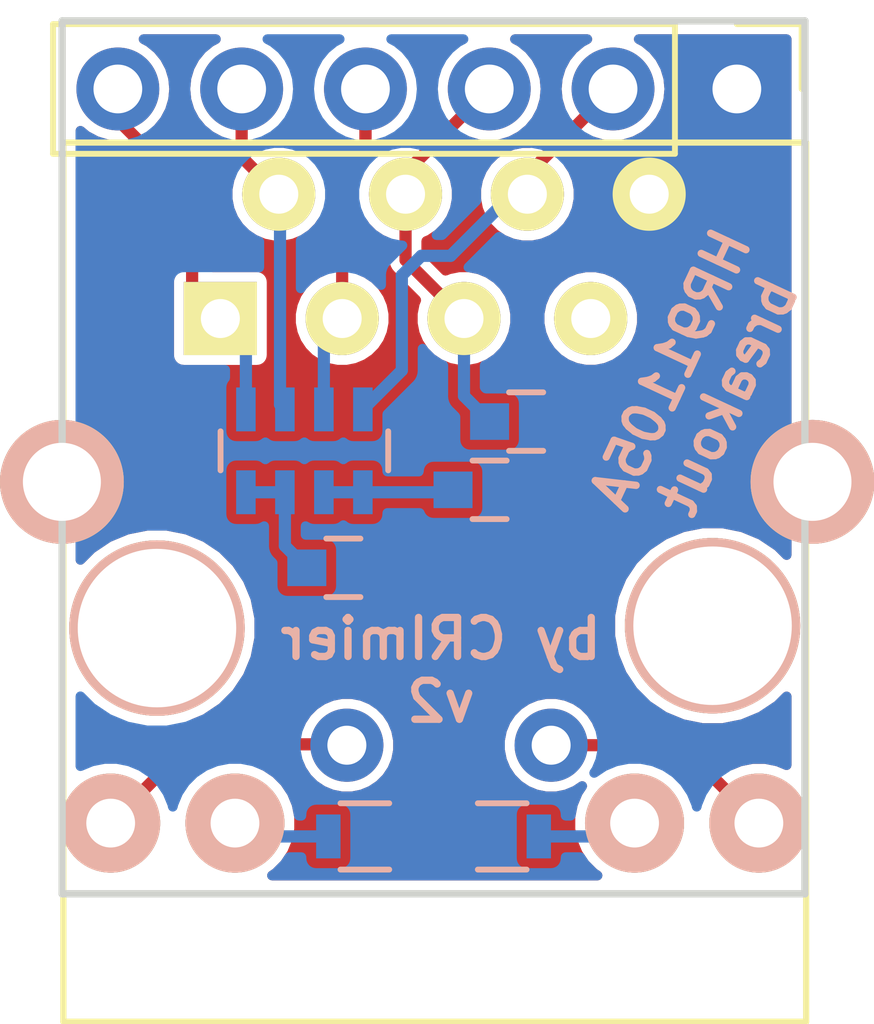
<source format=kicad_pcb>
(kicad_pcb (version 20171130) (host pcbnew "(5.1.2)-1")

  (general
    (thickness 1.6)
    (drawings 6)
    (tracks 55)
    (zones 0)
    (modules 10)
    (nets 13)
  )

  (page A4)
  (layers
    (0 F.Cu signal)
    (31 B.Cu signal)
    (32 B.Adhes user)
    (33 F.Adhes user)
    (34 B.Paste user)
    (35 F.Paste user)
    (36 B.SilkS user)
    (37 F.SilkS user)
    (38 B.Mask user)
    (39 F.Mask user)
    (40 Dwgs.User user)
    (41 Cmts.User user)
    (42 Eco1.User user)
    (43 Eco2.User user)
    (44 Edge.Cuts user)
    (45 Margin user)
    (46 B.CrtYd user)
    (47 F.CrtYd user)
    (48 B.Fab user hide)
    (49 F.Fab user hide)
  )

  (setup
    (last_trace_width 0.25)
    (trace_clearance 0.2)
    (zone_clearance 0.508)
    (zone_45_only no)
    (trace_min 0.2)
    (via_size 0.6)
    (via_drill 0.4)
    (via_min_size 0.4)
    (via_min_drill 0.3)
    (uvia_size 0.3)
    (uvia_drill 0.1)
    (uvias_allowed no)
    (uvia_min_size 0.2)
    (uvia_min_drill 0.1)
    (edge_width 0.15)
    (segment_width 0.2)
    (pcb_text_width 0.3)
    (pcb_text_size 1.5 1.5)
    (mod_edge_width 0.15)
    (mod_text_size 1 1)
    (mod_text_width 0.15)
    (pad_size 2.54 2.54)
    (pad_drill 1.6002)
    (pad_to_mask_clearance 0.2)
    (aux_axis_origin 153.67 93.98)
    (visible_elements 7FFFFFFF)
    (pcbplotparams
      (layerselection 0x010f0_ffffffff)
      (usegerberextensions true)
      (usegerberattributes true)
      (usegerberadvancedattributes false)
      (creategerberjobfile false)
      (excludeedgelayer true)
      (linewidth 0.100000)
      (plotframeref false)
      (viasonmask false)
      (mode 1)
      (useauxorigin true)
      (hpglpennumber 1)
      (hpglpenspeed 20)
      (hpglpendiameter 15.000000)
      (psnegative false)
      (psa4output false)
      (plotreference true)
      (plotvalue true)
      (plotinvisibletext false)
      (padsonsilk false)
      (subtractmaskfromsilk false)
      (outputformat 1)
      (mirror false)
      (drillshape 0)
      (scaleselection 1)
      (outputdirectory "gerbers/"))
  )

  (net 0 "")
  (net 1 "Net-(C1-Pad2)")
  (net 2 GND)
  (net 3 VCC)
  (net 4 "Net-(C3-Pad2)")
  (net 5 RD+)
  (net 6 RD-)
  (net 7 TD+)
  (net 8 TD-)
  (net 9 YL)
  (net 10 "Net-(R5-Pad2)")
  (net 11 GL)
  (net 12 "Net-(R6-Pad2)")

  (net_class Default "This is the default net class."
    (clearance 0.2)
    (trace_width 0.25)
    (via_dia 0.6)
    (via_drill 0.4)
    (uvia_dia 0.3)
    (uvia_drill 0.1)
    (add_net GL)
    (add_net GND)
    (add_net "Net-(C1-Pad2)")
    (add_net "Net-(C3-Pad2)")
    (add_net "Net-(R5-Pad2)")
    (add_net "Net-(R6-Pad2)")
    (add_net RD+)
    (add_net RD-)
    (add_net TD+)
    (add_net TD-)
    (add_net VCC)
    (add_net YL)
  )

  (module Capacitors_SMD:C_0603 (layer B.Cu) (tedit 5AE34A8C) (tstamp 5AE349E2)
    (at 144.2 105.2 180)
    (descr "Capacitor SMD 0603, reflow soldering, AVX (see smccp.pdf)")
    (tags "capacitor 0603")
    (path /5AE34DEC)
    (attr smd)
    (fp_text reference C1 (at 0 1.5) (layer B.SilkS) hide
      (effects (font (size 1 1) (thickness 0.15)) (justify mirror))
    )
    (fp_text value 100n (at 0 -1.5) (layer B.Fab)
      (effects (font (size 1 1) (thickness 0.15)) (justify mirror))
    )
    (fp_line (start 1.4 -0.65) (end -1.4 -0.65) (layer B.CrtYd) (width 0.05))
    (fp_line (start 1.4 -0.65) (end 1.4 0.65) (layer B.CrtYd) (width 0.05))
    (fp_line (start -1.4 0.65) (end -1.4 -0.65) (layer B.CrtYd) (width 0.05))
    (fp_line (start -1.4 0.65) (end 1.4 0.65) (layer B.CrtYd) (width 0.05))
    (fp_line (start 0.35 -0.6) (end -0.35 -0.6) (layer B.SilkS) (width 0.12))
    (fp_line (start -0.35 0.6) (end 0.35 0.6) (layer B.SilkS) (width 0.12))
    (fp_line (start -0.8 0.4) (end 0.8 0.4) (layer B.Fab) (width 0.1))
    (fp_line (start 0.8 0.4) (end 0.8 -0.4) (layer B.Fab) (width 0.1))
    (fp_line (start 0.8 -0.4) (end -0.8 -0.4) (layer B.Fab) (width 0.1))
    (fp_line (start -0.8 -0.4) (end -0.8 0.4) (layer B.Fab) (width 0.1))
    (fp_text user %R (at 0 0) (layer B.Fab)
      (effects (font (size 0.3 0.3) (thickness 0.075)) (justify mirror))
    )
    (pad 2 smd rect (at 0.75 0 180) (size 0.8 0.75) (layers B.Cu B.Paste B.Mask)
      (net 1 "Net-(C1-Pad2)"))
    (pad 1 smd rect (at -0.75 0 180) (size 0.8 0.75) (layers B.Cu B.Paste B.Mask)
      (net 2 GND))
    (model Capacitors_SMD.3dshapes/C_0603.wrl
      (at (xyz 0 0 0))
      (scale (xyz 1 1 1))
      (rotate (xyz 0 0 0))
    )
  )

  (module Capacitors_SMD:C_0603 (layer B.Cu) (tedit 5AE34CBD) (tstamp 5AE349E8)
    (at 147.95 102.2)
    (descr "Capacitor SMD 0603, reflow soldering, AVX (see smccp.pdf)")
    (tags "capacitor 0603")
    (path /5AE350F1)
    (attr smd)
    (fp_text reference C2 (at 0 1.5 180) (layer B.SilkS) hide
      (effects (font (size 1 1) (thickness 0.15)) (justify mirror))
    )
    (fp_text value 100n (at 0 -1.5 180) (layer B.Fab)
      (effects (font (size 1 1) (thickness 0.15)) (justify mirror))
    )
    (fp_line (start 1.4 -0.65) (end -1.4 -0.65) (layer B.CrtYd) (width 0.05))
    (fp_line (start 1.4 -0.65) (end 1.4 0.65) (layer B.CrtYd) (width 0.05))
    (fp_line (start -1.4 0.65) (end -1.4 -0.65) (layer B.CrtYd) (width 0.05))
    (fp_line (start -1.4 0.65) (end 1.4 0.65) (layer B.CrtYd) (width 0.05))
    (fp_line (start 0.35 -0.6) (end -0.35 -0.6) (layer B.SilkS) (width 0.12))
    (fp_line (start -0.35 0.6) (end 0.35 0.6) (layer B.SilkS) (width 0.12))
    (fp_line (start -0.8 0.4) (end 0.8 0.4) (layer B.Fab) (width 0.1))
    (fp_line (start 0.8 0.4) (end 0.8 -0.4) (layer B.Fab) (width 0.1))
    (fp_line (start 0.8 -0.4) (end -0.8 -0.4) (layer B.Fab) (width 0.1))
    (fp_line (start -0.8 -0.4) (end -0.8 0.4) (layer B.Fab) (width 0.1))
    (fp_text user %R (at 0 0 180) (layer B.Fab)
      (effects (font (size 0.3 0.3) (thickness 0.075)) (justify mirror))
    )
    (pad 2 smd rect (at 0.75 0) (size 0.8 0.75) (layers B.Cu B.Paste B.Mask)
      (net 2 GND))
    (pad 1 smd rect (at -0.75 0) (size 0.8 0.75) (layers B.Cu B.Paste B.Mask)
      (net 3 VCC))
    (model Capacitors_SMD.3dshapes/C_0603.wrl
      (at (xyz 0 0 0))
      (scale (xyz 1 1 1))
      (rotate (xyz 0 0 0))
    )
  )

  (module Capacitors_SMD:C_0603 (layer B.Cu) (tedit 5AE34CAA) (tstamp 5AE349EE)
    (at 147.2 103.6 180)
    (descr "Capacitor SMD 0603, reflow soldering, AVX (see smccp.pdf)")
    (tags "capacitor 0603")
    (path /5AE34BF8)
    (attr smd)
    (fp_text reference C3 (at 0 1.5) (layer B.SilkS) hide
      (effects (font (size 1 1) (thickness 0.15)) (justify mirror))
    )
    (fp_text value 100n (at 0 -1.5) (layer B.Fab)
      (effects (font (size 1 1) (thickness 0.15)) (justify mirror))
    )
    (fp_line (start 1.4 -0.65) (end -1.4 -0.65) (layer B.CrtYd) (width 0.05))
    (fp_line (start 1.4 -0.65) (end 1.4 0.65) (layer B.CrtYd) (width 0.05))
    (fp_line (start -1.4 0.65) (end -1.4 -0.65) (layer B.CrtYd) (width 0.05))
    (fp_line (start -1.4 0.65) (end 1.4 0.65) (layer B.CrtYd) (width 0.05))
    (fp_line (start 0.35 -0.6) (end -0.35 -0.6) (layer B.SilkS) (width 0.12))
    (fp_line (start -0.35 0.6) (end 0.35 0.6) (layer B.SilkS) (width 0.12))
    (fp_line (start -0.8 0.4) (end 0.8 0.4) (layer B.Fab) (width 0.1))
    (fp_line (start 0.8 0.4) (end 0.8 -0.4) (layer B.Fab) (width 0.1))
    (fp_line (start 0.8 -0.4) (end -0.8 -0.4) (layer B.Fab) (width 0.1))
    (fp_line (start -0.8 -0.4) (end -0.8 0.4) (layer B.Fab) (width 0.1))
    (fp_text user %R (at 0 0) (layer B.Fab)
      (effects (font (size 0.3 0.3) (thickness 0.075)) (justify mirror))
    )
    (pad 2 smd rect (at 0.75 0 180) (size 0.8 0.75) (layers B.Cu B.Paste B.Mask)
      (net 4 "Net-(C3-Pad2)"))
    (pad 1 smd rect (at -0.75 0 180) (size 0.8 0.75) (layers B.Cu B.Paste B.Mask)
      (net 2 GND))
    (model Capacitors_SMD.3dshapes/C_0603.wrl
      (at (xyz 0 0 0))
      (scale (xyz 1 1 1))
      (rotate (xyz 0 0 0))
    )
  )

  (module Pin_Headers:Pin_Header_Straight_1x06_Pitch2.54mm (layer F.Cu) (tedit 5AE34D38) (tstamp 5AE349F8)
    (at 152.273 95.377 270)
    (descr "Through hole straight pin header, 1x06, 2.54mm pitch, single row")
    (tags "Through hole pin header THT 1x06 2.54mm single row")
    (path /5AE34FA4)
    (fp_text reference J1 (at 0 -2.33 270) (layer F.SilkS) hide
      (effects (font (size 1 1) (thickness 0.15)))
    )
    (fp_text value Conn_01x06 (at 0 15.03 270) (layer F.Fab)
      (effects (font (size 1 1) (thickness 0.15)))
    )
    (fp_line (start -0.635 -1.27) (end 1.27 -1.27) (layer F.Fab) (width 0.1))
    (fp_line (start 1.27 -1.27) (end 1.27 13.97) (layer F.Fab) (width 0.1))
    (fp_line (start 1.27 13.97) (end -1.27 13.97) (layer F.Fab) (width 0.1))
    (fp_line (start -1.27 13.97) (end -1.27 -0.635) (layer F.Fab) (width 0.1))
    (fp_line (start -1.27 -0.635) (end -0.635 -1.27) (layer F.Fab) (width 0.1))
    (fp_line (start -1.33 14.03) (end 1.33 14.03) (layer F.SilkS) (width 0.12))
    (fp_line (start -1.33 1.27) (end -1.33 14.03) (layer F.SilkS) (width 0.12))
    (fp_line (start 1.33 1.27) (end 1.33 14.03) (layer F.SilkS) (width 0.12))
    (fp_line (start -1.33 1.27) (end 1.33 1.27) (layer F.SilkS) (width 0.12))
    (fp_line (start -1.33 0) (end -1.33 -1.33) (layer F.SilkS) (width 0.12))
    (fp_line (start -1.33 -1.33) (end 0 -1.33) (layer F.SilkS) (width 0.12))
    (fp_line (start -1.8 -1.8) (end -1.8 14.5) (layer F.CrtYd) (width 0.05))
    (fp_line (start -1.8 14.5) (end 1.8 14.5) (layer F.CrtYd) (width 0.05))
    (fp_line (start 1.8 14.5) (end 1.8 -1.8) (layer F.CrtYd) (width 0.05))
    (fp_line (start 1.8 -1.8) (end -1.8 -1.8) (layer F.CrtYd) (width 0.05))
    (fp_text user %R (at 0 6.35) (layer F.Fab)
      (effects (font (size 1 1) (thickness 0.15)))
    )
    (pad 1 thru_hole rect (at 0 0 270) (size 1.7 1.7) (drill 1) (layers *.Cu *.Mask)
      (net 2 GND))
    (pad 2 thru_hole oval (at 0 2.54 270) (size 1.7 1.7) (drill 1) (layers *.Cu *.Mask)
      (net 6 RD-))
    (pad 3 thru_hole oval (at 0 5.08 270) (size 1.7 1.7) (drill 1) (layers *.Cu *.Mask)
      (net 3 VCC))
    (pad 4 thru_hole oval (at 0 7.62 270) (size 1.7 1.7) (drill 1) (layers *.Cu *.Mask)
      (net 5 RD+))
    (pad 5 thru_hole oval (at 0 10.16 270) (size 1.7 1.7) (drill 1) (layers *.Cu *.Mask)
      (net 8 TD-))
    (pad 6 thru_hole oval (at 0 12.7 270) (size 1.7 1.7) (drill 1) (layers *.Cu *.Mask)
      (net 7 TD+))
    (model ${KISYS3DMOD}/Pin_Headers.3dshapes/Pin_Header_Straight_1x06_Pitch2.54mm.wrl
      (at (xyz 0 0 0))
      (scale (xyz 1 1 1))
      (rotate (xyz 0 0 0))
    )
  )

  (module Resistors_SMD:R_0603 (layer B.Cu) (tedit 5AE34C9A) (tstamp 5AE34A16)
    (at 147.459 110.71)
    (descr "Resistor SMD 0603, reflow soldering, Vishay (see dcrcw.pdf)")
    (tags "resistor 0603")
    (path /5AE34A80)
    (attr smd)
    (fp_text reference R5 (at 0 1.45 -90) (layer B.SilkS) hide
      (effects (font (size 1 1) (thickness 0.15)) (justify mirror))
    )
    (fp_text value 1k (at 0 -1.5) (layer B.Fab)
      (effects (font (size 1 1) (thickness 0.15)) (justify mirror))
    )
    (fp_text user %R (at 0 0) (layer B.Fab)
      (effects (font (size 0.4 0.4) (thickness 0.075)) (justify mirror))
    )
    (fp_line (start -0.8 -0.4) (end -0.8 0.4) (layer B.Fab) (width 0.1))
    (fp_line (start 0.8 -0.4) (end -0.8 -0.4) (layer B.Fab) (width 0.1))
    (fp_line (start 0.8 0.4) (end 0.8 -0.4) (layer B.Fab) (width 0.1))
    (fp_line (start -0.8 0.4) (end 0.8 0.4) (layer B.Fab) (width 0.1))
    (fp_line (start 0.5 -0.68) (end -0.5 -0.68) (layer B.SilkS) (width 0.12))
    (fp_line (start -0.5 0.68) (end 0.5 0.68) (layer B.SilkS) (width 0.12))
    (fp_line (start -1.25 0.7) (end 1.25 0.7) (layer B.CrtYd) (width 0.05))
    (fp_line (start -1.25 0.7) (end -1.25 -0.7) (layer B.CrtYd) (width 0.05))
    (fp_line (start 1.25 -0.7) (end 1.25 0.7) (layer B.CrtYd) (width 0.05))
    (fp_line (start 1.25 -0.7) (end -1.25 -0.7) (layer B.CrtYd) (width 0.05))
    (pad 1 smd rect (at -0.75 0) (size 0.5 0.9) (layers B.Cu B.Paste B.Mask)
      (net 2 GND))
    (pad 2 smd rect (at 0.75 0) (size 0.5 0.9) (layers B.Cu B.Paste B.Mask)
      (net 10 "Net-(R5-Pad2)"))
    (model ${KISYS3DMOD}/Resistors_SMD.3dshapes/R_0603.wrl
      (at (xyz 0 0 0))
      (scale (xyz 1 1 1))
      (rotate (xyz 0 0 0))
    )
  )

  (module Resistors_SMD:R_0603 (layer B.Cu) (tedit 5AE34C9E) (tstamp 5AE34A1C)
    (at 144.641 110.71 180)
    (descr "Resistor SMD 0603, reflow soldering, Vishay (see dcrcw.pdf)")
    (tags "resistor 0603")
    (path /5AE34B4E)
    (attr smd)
    (fp_text reference R6 (at 0 1.45 180) (layer B.SilkS) hide
      (effects (font (size 1 1) (thickness 0.15)) (justify mirror))
    )
    (fp_text value 1k (at 0 -1.5 180) (layer B.Fab)
      (effects (font (size 1 1) (thickness 0.15)) (justify mirror))
    )
    (fp_text user %R (at 0 0 180) (layer B.Fab)
      (effects (font (size 0.4 0.4) (thickness 0.075)) (justify mirror))
    )
    (fp_line (start -0.8 -0.4) (end -0.8 0.4) (layer B.Fab) (width 0.1))
    (fp_line (start 0.8 -0.4) (end -0.8 -0.4) (layer B.Fab) (width 0.1))
    (fp_line (start 0.8 0.4) (end 0.8 -0.4) (layer B.Fab) (width 0.1))
    (fp_line (start -0.8 0.4) (end 0.8 0.4) (layer B.Fab) (width 0.1))
    (fp_line (start 0.5 -0.68) (end -0.5 -0.68) (layer B.SilkS) (width 0.12))
    (fp_line (start -0.5 0.68) (end 0.5 0.68) (layer B.SilkS) (width 0.12))
    (fp_line (start -1.25 0.7) (end 1.25 0.7) (layer B.CrtYd) (width 0.05))
    (fp_line (start -1.25 0.7) (end -1.25 -0.7) (layer B.CrtYd) (width 0.05))
    (fp_line (start 1.25 -0.7) (end 1.25 0.7) (layer B.CrtYd) (width 0.05))
    (fp_line (start 1.25 -0.7) (end -1.25 -0.7) (layer B.CrtYd) (width 0.05))
    (pad 1 smd rect (at -0.75 0 180) (size 0.5 0.9) (layers B.Cu B.Paste B.Mask)
      (net 2 GND))
    (pad 2 smd rect (at 0.75 0 180) (size 0.5 0.9) (layers B.Cu B.Paste B.Mask)
      (net 12 "Net-(R6-Pad2)"))
    (model ${KISYS3DMOD}/Resistors_SMD.3dshapes/R_0603.wrl
      (at (xyz 0 0 0))
      (scale (xyz 1 1 1))
      (rotate (xyz 0 0 0))
    )
  )

  (module Measurement_Points:Measurement_Point_Round-TH_Small (layer F.Cu) (tedit 5AE34CA7) (tstamp 5AE34A21)
    (at 148.463 108.839)
    (descr "Mesurement Point, Square, Trough Hole,  DM 1.5mm, Drill 0.8mm,")
    (tags "Mesurement Point Round Trough Hole 1.5mm Drill 0.8mm")
    (path /5AE34E4C)
    (attr virtual)
    (fp_text reference TP1 (at 0 -2) (layer F.SilkS) hide
      (effects (font (size 1 1) (thickness 0.15)))
    )
    (fp_text value YL (at 0 2) (layer F.Fab)
      (effects (font (size 1 1) (thickness 0.15)))
    )
    (fp_circle (center 0 0) (end 1 0) (layer F.CrtYd) (width 0.05))
    (pad 1 thru_hole circle (at 0 0) (size 1.5 1.5) (drill 0.8) (layers *.Cu *.Mask)
      (net 9 YL))
  )

  (module Measurement_Points:Measurement_Point_Round-TH_Small (layer F.Cu) (tedit 5AE34CA4) (tstamp 5AE34A26)
    (at 144.272 108.839)
    (descr "Mesurement Point, Square, Trough Hole,  DM 1.5mm, Drill 0.8mm,")
    (tags "Mesurement Point Round Trough Hole 1.5mm Drill 0.8mm")
    (path /5AE34ED5)
    (attr virtual)
    (fp_text reference TP2 (at 0 -2) (layer F.SilkS) hide
      (effects (font (size 1 1) (thickness 0.15)))
    )
    (fp_text value GL (at 0 2) (layer F.Fab)
      (effects (font (size 1 1) (thickness 0.15)))
    )
    (fp_circle (center 0 0) (end 1 0) (layer F.CrtYd) (width 0.05))
    (pad 1 thru_hole circle (at 0 0) (size 1.5 1.5) (drill 0.8) (layers *.Cu *.Mask)
      (net 11 GL))
  )

  (module footprints:HR911105_RJ45 (layer F.Cu) (tedit 5D06E41C) (tstamp 5AE34A3E)
    (at 146.0754 106.63682)
    (tags HR911105_RJ45)
    (path /5AE349A3)
    (fp_text reference U1 (at -1.7 -11.35) (layer F.SilkS) hide
      (effects (font (size 1.524 1.524) (thickness 0.3048)))
    )
    (fp_text value HR91105A (at -6 9.05) (layer F.SilkS) hide
      (effects (font (size 1.00076 1.00076) (thickness 0.2032)))
    )
    (fp_line (start -7.62 7.874) (end 7.62 7.874) (layer F.SilkS) (width 0.127))
    (fp_line (start 7.62 7.874) (end 7.62 -10.16) (layer F.SilkS) (width 0.127))
    (fp_line (start 7.62 -10.16) (end -7.62 -10.16) (layer F.SilkS) (width 0.127))
    (fp_line (start -7.62 -10.16) (end -7.62 7.874) (layer F.SilkS) (width 0.127))
    (pad Hole thru_hole circle (at 5.69976 -0.24892) (size 3.59918 3.59918) (drill 3.2512) (layers *.Cu *.SilkS *.Mask))
    (pad Hole thru_hole circle (at -5.69976 -0.20066) (size 3.59918 3.59918) (drill 3.2512) (layers *.Cu *.SilkS *.Mask))
    (pad 1 thru_hole rect (at -4.39928 -6.55066) (size 1.5 1.5) (drill 0.8) (layers *.Cu *.Mask F.SilkS)
      (net 7 TD+))
    (pad 2 thru_hole circle (at -3.2004 -9.10082) (size 1.5 1.5) (drill 0.8) (layers *.Cu *.Mask F.SilkS)
      (net 8 TD-))
    (pad 3 thru_hole circle (at -1.89992 -6.55066) (size 1.5 1.5) (drill 0.8) (layers *.Cu *.Mask F.SilkS)
      (net 5 RD+))
    (pad 4 thru_hole circle (at -0.59944 -9.10082) (size 1.5 1.5) (drill 0.8) (layers *.Cu *.Mask F.SilkS)
      (net 3 VCC))
    (pad 5 thru_hole circle (at 0.59944 -6.55066) (size 1.5 1.5) (drill 0.8) (layers *.Cu *.Mask F.SilkS)
      (net 3 VCC))
    (pad 6 thru_hole circle (at 1.89992 -9.10082) (size 1.5 1.5) (drill 0.8) (layers *.Cu *.Mask F.SilkS)
      (net 6 RD-))
    (pad 7 thru_hole circle (at 3.2004 -6.55066) (size 1.5 1.5) (drill 0.8) (layers *.Cu *.Mask F.SilkS))
    (pad 8 thru_hole circle (at 4.39928 -9.10082) (size 1.5 1.5) (drill 0.8) (layers *.Cu *.Mask F.SilkS)
      (net 2 GND))
    (pad 9 thru_hole circle (at -6.64972 3.79984) (size 2.032 2.032) (drill 1.00076) (layers *.Cu *.SilkS *.Mask)
      (net 11 GL))
    (pad 10 thru_hole circle (at -4.09956 3.79984) (size 2.032 2.032) (drill 1.00076) (layers *.Cu *.SilkS *.Mask)
      (net 12 "Net-(R6-Pad2)"))
    (pad 11 thru_hole circle (at 4.09956 3.79984) (size 2.032 2.032) (drill 1.00076) (layers *.Cu *.SilkS *.Mask)
      (net 10 "Net-(R5-Pad2)"))
    (pad 12 thru_hole circle (at 6.64972 3.79984) (size 2.032 2.032) (drill 1.00076) (layers *.Cu *.SilkS *.Mask)
      (net 9 YL))
    (pad 0 thru_hole circle (at -7.65048 -3.2004) (size 2.54 2.54) (drill 1.6002) (layers *.Cu *.SilkS *.Mask)
      (net 2 GND))
    (pad 0 thru_hole circle (at 7.74954 -3.2004) (size 2.54 2.54) (drill 1.6002) (layers *.Cu *.SilkS *.Mask)
      (net 2 GND))
  )

  (module Resistor_SMD:R_Array_Concave_4x0603 (layer B.Cu) (tedit 58E0A85E) (tstamp 5D06E24F)
    (at 143.4 102.8 90)
    (descr "Thick Film Chip Resistor Array, Wave soldering, Vishay CRA06P (see cra06p.pdf)")
    (tags "resistor array")
    (path /5D06E110)
    (attr smd)
    (fp_text reference RN1 (at 0 2.6 270) (layer B.SilkS) hide
      (effects (font (size 1 1) (thickness 0.15)) (justify mirror))
    )
    (fp_text value 50R (at 0 -2.6 270) (layer B.Fab)
      (effects (font (size 1 1) (thickness 0.15)) (justify mirror))
    )
    (fp_text user %R (at 0 0) (layer B.Fab)
      (effects (font (size 0.5 0.5) (thickness 0.075)) (justify mirror))
    )
    (fp_line (start -0.8 1.6) (end 0.8 1.6) (layer B.Fab) (width 0.1))
    (fp_line (start 0.8 1.6) (end 0.8 -1.6) (layer B.Fab) (width 0.1))
    (fp_line (start 0.8 -1.6) (end -0.8 -1.6) (layer B.Fab) (width 0.1))
    (fp_line (start -0.8 -1.6) (end -0.8 1.6) (layer B.Fab) (width 0.1))
    (fp_line (start 0.4 -1.72) (end -0.4 -1.72) (layer B.SilkS) (width 0.12))
    (fp_line (start 0.4 1.72) (end -0.4 1.72) (layer B.SilkS) (width 0.12))
    (fp_line (start -1.55 1.88) (end 1.55 1.88) (layer B.CrtYd) (width 0.05))
    (fp_line (start -1.55 1.88) (end -1.55 -1.87) (layer B.CrtYd) (width 0.05))
    (fp_line (start 1.55 -1.87) (end 1.55 1.88) (layer B.CrtYd) (width 0.05))
    (fp_line (start 1.55 -1.87) (end -1.55 -1.87) (layer B.CrtYd) (width 0.05))
    (pad 2 smd rect (at -0.85 0.4 90) (size 0.9 0.4) (layers B.Cu B.Paste B.Mask)
      (net 4 "Net-(C3-Pad2)"))
    (pad 3 smd rect (at -0.85 -0.4 90) (size 0.9 0.4) (layers B.Cu B.Paste B.Mask)
      (net 1 "Net-(C1-Pad2)"))
    (pad 1 smd rect (at -0.85 1.2 90) (size 0.9 0.4) (layers B.Cu B.Paste B.Mask)
      (net 4 "Net-(C3-Pad2)"))
    (pad 4 smd rect (at -0.85 -1.2 90) (size 0.9 0.4) (layers B.Cu B.Paste B.Mask)
      (net 1 "Net-(C1-Pad2)"))
    (pad 8 smd rect (at 0.85 1.2 90) (size 0.9 0.4) (layers B.Cu B.Paste B.Mask)
      (net 6 RD-))
    (pad 7 smd rect (at 0.85 0.4 90) (size 0.9 0.4) (layers B.Cu B.Paste B.Mask)
      (net 5 RD+))
    (pad 6 smd rect (at 0.85 -0.4 90) (size 0.9 0.4) (layers B.Cu B.Paste B.Mask)
      (net 8 TD-))
    (pad 5 smd rect (at 0.85 -1.2 90) (size 0.9 0.4) (layers B.Cu B.Paste B.Mask)
      (net 7 TD+))
    (model ${KISYS3DMOD}/Resistor_SMD.3dshapes/R_Array_Concave_4x0603.wrl
      (at (xyz 0 0 0))
      (scale (xyz 1 1 1))
      (rotate (xyz 0 0 0))
    )
  )

  (gr_text "by CRImier\nv2" (at 146.2 107.3) (layer B.SilkS) (tstamp 5D06F060)
    (effects (font (size 0.8 0.8) (thickness 0.15)) (justify mirror))
  )
  (gr_text "HR91105A\nbreakout" (at 151.5 101.4 65) (layer B.SilkS)
    (effects (font (size 0.8 0.8) (thickness 0.15)) (justify mirror))
  )
  (gr_line (start 138.43 93.98) (end 138.43 111.887) (layer Edge.Cuts) (width 0.15))
  (gr_line (start 153.67 93.98) (end 138.43 93.98) (layer Edge.Cuts) (width 0.15))
  (gr_line (start 153.67 111.887) (end 153.67 93.98) (layer Edge.Cuts) (width 0.15))
  (gr_line (start 138.43 111.887) (end 153.67 111.887) (layer Edge.Cuts) (width 0.15))

  (segment (start 143 103.65) (end 142.15 103.65) (width 0.25) (layer B.Cu) (net 1))
  (segment (start 143 104.75) (end 143.45 105.2) (width 0.25) (layer B.Cu) (net 1))
  (segment (start 143 103.65) (end 143 104.75) (width 0.25) (layer B.Cu) (net 1))
  (segment (start 145.47596 97.536) (end 145.47596 97.09404) (width 0.25) (layer F.Cu) (net 3))
  (segment (start 145.47596 97.09404) (end 147.193 95.377) (width 0.25) (layer F.Cu) (net 3))
  (segment (start 146.75 100.16132) (end 146.67484 100.08616) (width 0.25) (layer F.Cu) (net 3))
  (segment (start 145.47596 98.88728) (end 146.67484 100.08616) (width 0.25) (layer F.Cu) (net 3))
  (segment (start 145.47596 97.536) (end 145.47596 98.88728) (width 0.25) (layer F.Cu) (net 3))
  (segment (start 146.67484 101.67484) (end 147.2 102.2) (width 0.25) (layer B.Cu) (net 3))
  (segment (start 146.67484 100.08616) (end 146.67484 101.67484) (width 0.25) (layer B.Cu) (net 3))
  (segment (start 143.8 103.65) (end 144.6 103.65) (width 0.25) (layer B.Cu) (net 4))
  (segment (start 146.4 103.65) (end 146.45 103.6) (width 0.25) (layer B.Cu) (net 4))
  (segment (start 144.6 103.65) (end 146.4 103.65) (width 0.25) (layer B.Cu) (net 4))
  (segment (start 144.653 95.377) (end 144.653 96.647) (width 0.25) (layer F.Cu) (net 5))
  (segment (start 144.653 96.647) (end 144.17548 97.12452) (width 0.25) (layer F.Cu) (net 5))
  (segment (start 144.17548 97.12452) (end 144.17548 100.08616) (width 0.25) (layer F.Cu) (net 5))
  (segment (start 144.653 95.377) (end 144.653 96.374278) (width 0.25) (layer F.Cu) (net 5))
  (segment (start 143.9 100.36164) (end 144.17548 100.08616) (width 0.25) (layer F.Cu) (net 5))
  (segment (start 143.8 100.46164) (end 144.17548 100.08616) (width 0.25) (layer B.Cu) (net 5))
  (segment (start 143.8 101.95) (end 143.8 100.46164) (width 0.25) (layer B.Cu) (net 5))
  (segment (start 147.955 97.55632) (end 147.97532 97.536) (width 0.25) (layer F.Cu) (net 6))
  (segment (start 147.97532 97.536) (end 147.97532 97.13468) (width 0.25) (layer F.Cu) (net 6))
  (segment (start 147.97532 97.13468) (end 149.733 95.377) (width 0.25) (layer F.Cu) (net 6))
  (segment (start 148 97.56068) (end 147.97532 97.536) (width 0.25) (layer F.Cu) (net 6))
  (segment (start 147.97532 97.536) (end 147.664 97.536) (width 0.25) (layer B.Cu) (net 6))
  (segment (start 147.664 97.536) (end 146.4 98.8) (width 0.25) (layer B.Cu) (net 6))
  (segment (start 146.4 98.8) (end 145.8 98.8) (width 0.25) (layer B.Cu) (net 6))
  (segment (start 145.8 98.8) (end 145.4 99.2) (width 0.25) (layer B.Cu) (net 6))
  (segment (start 145.4 101.15) (end 144.6 101.95) (width 0.25) (layer B.Cu) (net 6))
  (segment (start 145.4 99.2) (end 145.4 101.15) (width 0.25) (layer B.Cu) (net 6))
  (segment (start 141.097 97.536) (end 141.097 99.50704) (width 0.25) (layer F.Cu) (net 7))
  (segment (start 141.097 99.50704) (end 141.67612 100.08616) (width 0.25) (layer F.Cu) (net 7))
  (segment (start 139.573 96.012) (end 141.097 97.536) (width 0.25) (layer F.Cu) (net 7))
  (segment (start 139.573 95.377) (end 139.573 96.012) (width 0.25) (layer F.Cu) (net 7))
  (segment (start 142.3 100.71004) (end 141.67612 100.08616) (width 0.25) (layer F.Cu) (net 7))
  (segment (start 142.2 100.61004) (end 141.67612 100.08616) (width 0.25) (layer B.Cu) (net 7))
  (segment (start 142.2 101.95) (end 142.2 100.61004) (width 0.25) (layer B.Cu) (net 7))
  (segment (start 142.875 97.536) (end 142.971299 97.632299) (width 0.25) (layer F.Cu) (net 8))
  (segment (start 142.113 95.377) (end 142.113 96.774) (width 0.25) (layer F.Cu) (net 8))
  (segment (start 142.113 96.774) (end 142.875 97.536) (width 0.25) (layer F.Cu) (net 8))
  (segment (start 143 97.661) (end 142.875 97.536) (width 0.25) (layer F.Cu) (net 8))
  (segment (start 142.9 97.561) (end 142.875 97.536) (width 0.25) (layer B.Cu) (net 8))
  (segment (start 143 101.95) (end 142.9 101.85) (width 0.25) (layer B.Cu) (net 8))
  (segment (start 142.9 101.85) (end 142.9 97.561) (width 0.25) (layer B.Cu) (net 8))
  (segment (start 148.463 108.839) (end 151.12746 108.839) (width 0.25) (layer F.Cu) (net 9))
  (segment (start 151.12746 108.839) (end 152.72512 110.43666) (width 0.25) (layer F.Cu) (net 9))
  (segment (start 150.12162 110.49) (end 150.17496 110.43666) (width 0.25) (layer F.Cu) (net 10))
  (segment (start 149.90162 110.71) (end 150.17496 110.43666) (width 0.25) (layer B.Cu) (net 10))
  (segment (start 148.209 110.71) (end 149.90162 110.71) (width 0.25) (layer B.Cu) (net 10))
  (segment (start 144.272 108.966) (end 144.126851 108.820851) (width 0.25) (layer F.Cu) (net 11))
  (segment (start 144.126851 108.820851) (end 141.041489 108.820851) (width 0.25) (layer F.Cu) (net 11))
  (segment (start 141.041489 108.820851) (end 139.42568 110.43666) (width 0.25) (layer F.Cu) (net 11))
  (segment (start 143.83766 110.76334) (end 143.891 110.71) (width 0.25) (layer B.Cu) (net 12))
  (segment (start 142.24918 110.71) (end 141.97584 110.43666) (width 0.25) (layer B.Cu) (net 12))
  (segment (start 143.891 110.71) (end 142.24918 110.71) (width 0.25) (layer B.Cu) (net 12))

  (zone (net 2) (net_name GND) (layer B.Cu) (tstamp 5D06F199) (hatch edge 0.508)
    (connect_pads yes (clearance 0.2))
    (min_thickness 0.2)
    (fill yes (arc_segments 16) (thermal_gap 0.508) (thermal_bridge_width 0.508))
    (polygon
      (pts
        (xy 138.43 93.98) (xy 153.67 93.98) (xy 153.67 111.887) (xy 138.43 111.887)
      )
    )
    (filled_polygon
      (pts
        (xy 141.471003 94.416184) (xy 141.295893 94.559893) (xy 141.152184 94.735003) (xy 141.045398 94.934785) (xy 140.97964 95.151561)
        (xy 140.957436 95.377) (xy 140.97964 95.602439) (xy 141.045398 95.819215) (xy 141.152184 96.018997) (xy 141.295893 96.194107)
        (xy 141.471003 96.337816) (xy 141.670785 96.444602) (xy 141.887561 96.51036) (xy 142.056508 96.527) (xy 142.169492 96.527)
        (xy 142.338439 96.51036) (xy 142.555215 96.444602) (xy 142.754997 96.337816) (xy 142.930107 96.194107) (xy 143.073816 96.018997)
        (xy 143.180602 95.819215) (xy 143.24636 95.602439) (xy 143.268564 95.377) (xy 143.24636 95.151561) (xy 143.180602 94.934785)
        (xy 143.073816 94.735003) (xy 142.930107 94.559893) (xy 142.754997 94.416184) (xy 142.64053 94.355) (xy 144.12547 94.355)
        (xy 144.011003 94.416184) (xy 143.835893 94.559893) (xy 143.692184 94.735003) (xy 143.585398 94.934785) (xy 143.51964 95.151561)
        (xy 143.497436 95.377) (xy 143.51964 95.602439) (xy 143.585398 95.819215) (xy 143.692184 96.018997) (xy 143.835893 96.194107)
        (xy 144.011003 96.337816) (xy 144.210785 96.444602) (xy 144.427561 96.51036) (xy 144.596508 96.527) (xy 144.709492 96.527)
        (xy 144.878439 96.51036) (xy 145.095215 96.444602) (xy 145.294997 96.337816) (xy 145.470107 96.194107) (xy 145.613816 96.018997)
        (xy 145.720602 95.819215) (xy 145.78636 95.602439) (xy 145.808564 95.377) (xy 145.78636 95.151561) (xy 145.720602 94.934785)
        (xy 145.613816 94.735003) (xy 145.470107 94.559893) (xy 145.294997 94.416184) (xy 145.18053 94.355) (xy 146.66547 94.355)
        (xy 146.551003 94.416184) (xy 146.375893 94.559893) (xy 146.232184 94.735003) (xy 146.125398 94.934785) (xy 146.05964 95.151561)
        (xy 146.037436 95.377) (xy 146.05964 95.602439) (xy 146.125398 95.819215) (xy 146.232184 96.018997) (xy 146.375893 96.194107)
        (xy 146.551003 96.337816) (xy 146.750785 96.444602) (xy 146.967561 96.51036) (xy 147.136508 96.527) (xy 147.249492 96.527)
        (xy 147.418439 96.51036) (xy 147.635215 96.444602) (xy 147.834997 96.337816) (xy 148.010107 96.194107) (xy 148.153816 96.018997)
        (xy 148.260602 95.819215) (xy 148.32636 95.602439) (xy 148.348564 95.377) (xy 148.32636 95.151561) (xy 148.260602 94.934785)
        (xy 148.153816 94.735003) (xy 148.010107 94.559893) (xy 147.834997 94.416184) (xy 147.72053 94.355) (xy 149.20547 94.355)
        (xy 149.091003 94.416184) (xy 148.915893 94.559893) (xy 148.772184 94.735003) (xy 148.665398 94.934785) (xy 148.59964 95.151561)
        (xy 148.577436 95.377) (xy 148.59964 95.602439) (xy 148.665398 95.819215) (xy 148.772184 96.018997) (xy 148.915893 96.194107)
        (xy 149.091003 96.337816) (xy 149.290785 96.444602) (xy 149.507561 96.51036) (xy 149.676508 96.527) (xy 149.789492 96.527)
        (xy 149.958439 96.51036) (xy 150.175215 96.444602) (xy 150.374997 96.337816) (xy 150.550107 96.194107) (xy 150.693816 96.018997)
        (xy 150.800602 95.819215) (xy 150.86636 95.602439) (xy 150.888564 95.377) (xy 150.86636 95.151561) (xy 150.800602 94.934785)
        (xy 150.693816 94.735003) (xy 150.550107 94.559893) (xy 150.374997 94.416184) (xy 150.26053 94.355) (xy 153.295001 94.355)
        (xy 153.295 104.938471) (xy 153.113571 104.757042) (xy 152.769689 104.527267) (xy 152.387588 104.368996) (xy 151.981952 104.28831)
        (xy 151.568368 104.28831) (xy 151.162732 104.368996) (xy 150.780631 104.527267) (xy 150.436749 104.757042) (xy 150.144302 105.049489)
        (xy 149.914527 105.393371) (xy 149.756256 105.775472) (xy 149.67557 106.181108) (xy 149.67557 106.594692) (xy 149.756256 107.000328)
        (xy 149.914527 107.382429) (xy 150.144302 107.726311) (xy 150.436749 108.018758) (xy 150.780631 108.248533) (xy 151.162732 108.406804)
        (xy 151.568368 108.48749) (xy 151.981952 108.48749) (xy 152.387588 108.406804) (xy 152.769689 108.248533) (xy 153.113571 108.018758)
        (xy 153.295 107.837329) (xy 153.295 109.248284) (xy 153.108983 109.171233) (xy 152.854735 109.12066) (xy 152.595505 109.12066)
        (xy 152.341257 109.171233) (xy 152.10176 109.270436) (xy 151.886219 109.414456) (xy 151.702916 109.597759) (xy 151.558896 109.8133)
        (xy 151.459693 110.052797) (xy 151.45004 110.101326) (xy 151.440387 110.052797) (xy 151.341184 109.8133) (xy 151.197164 109.597759)
        (xy 151.013861 109.414456) (xy 150.79832 109.270436) (xy 150.558823 109.171233) (xy 150.304575 109.12066) (xy 150.045345 109.12066)
        (xy 149.791097 109.171233) (xy 149.5516 109.270436) (xy 149.345559 109.408109) (xy 149.393498 109.336362) (xy 149.47265 109.145274)
        (xy 149.513 108.942416) (xy 149.513 108.735584) (xy 149.47265 108.532726) (xy 149.393498 108.341638) (xy 149.278589 108.169664)
        (xy 149.132336 108.023411) (xy 148.960362 107.908502) (xy 148.769274 107.82935) (xy 148.566416 107.789) (xy 148.359584 107.789)
        (xy 148.156726 107.82935) (xy 147.965638 107.908502) (xy 147.793664 108.023411) (xy 147.647411 108.169664) (xy 147.532502 108.341638)
        (xy 147.45335 108.532726) (xy 147.413 108.735584) (xy 147.413 108.942416) (xy 147.45335 109.145274) (xy 147.532502 109.336362)
        (xy 147.647411 109.508336) (xy 147.793664 109.654589) (xy 147.965638 109.769498) (xy 148.156726 109.84865) (xy 148.359584 109.889)
        (xy 148.566416 109.889) (xy 148.769274 109.84865) (xy 148.960362 109.769498) (xy 149.100626 109.675777) (xy 149.008736 109.8133)
        (xy 148.909533 110.052797) (xy 148.863345 110.285) (xy 148.760451 110.285) (xy 148.760451 110.26) (xy 148.754659 110.20119)
        (xy 148.737504 110.14464) (xy 148.709647 110.092523) (xy 148.672158 110.046842) (xy 148.626477 110.009353) (xy 148.57436 109.981496)
        (xy 148.51781 109.964341) (xy 148.459 109.958549) (xy 147.959 109.958549) (xy 147.90019 109.964341) (xy 147.84364 109.981496)
        (xy 147.791523 110.009353) (xy 147.745842 110.046842) (xy 147.708353 110.092523) (xy 147.680496 110.14464) (xy 147.663341 110.20119)
        (xy 147.657549 110.26) (xy 147.657549 111.16) (xy 147.663341 111.21881) (xy 147.680496 111.27536) (xy 147.708353 111.327477)
        (xy 147.745842 111.373158) (xy 147.791523 111.410647) (xy 147.84364 111.438504) (xy 147.90019 111.455659) (xy 147.959 111.461451)
        (xy 148.459 111.461451) (xy 148.51781 111.455659) (xy 148.57436 111.438504) (xy 148.626477 111.410647) (xy 148.672158 111.373158)
        (xy 148.709647 111.327477) (xy 148.737504 111.27536) (xy 148.754659 111.21881) (xy 148.760451 111.16) (xy 148.760451 111.135)
        (xy 149.058836 111.135) (xy 149.152756 111.275561) (xy 149.336059 111.458864) (xy 149.415583 111.512) (xy 142.735217 111.512)
        (xy 142.814741 111.458864) (xy 142.998044 111.275561) (xy 143.091964 111.135) (xy 143.339549 111.135) (xy 143.339549 111.16)
        (xy 143.345341 111.21881) (xy 143.362496 111.27536) (xy 143.390353 111.327477) (xy 143.427842 111.373158) (xy 143.473523 111.410647)
        (xy 143.52564 111.438504) (xy 143.58219 111.455659) (xy 143.641 111.461451) (xy 144.141 111.461451) (xy 144.19981 111.455659)
        (xy 144.25636 111.438504) (xy 144.308477 111.410647) (xy 144.354158 111.373158) (xy 144.391647 111.327477) (xy 144.419504 111.27536)
        (xy 144.436659 111.21881) (xy 144.442451 111.16) (xy 144.442451 110.26) (xy 144.436659 110.20119) (xy 144.419504 110.14464)
        (xy 144.391647 110.092523) (xy 144.354158 110.046842) (xy 144.308477 110.009353) (xy 144.25636 109.981496) (xy 144.19981 109.964341)
        (xy 144.141 109.958549) (xy 143.641 109.958549) (xy 143.58219 109.964341) (xy 143.52564 109.981496) (xy 143.473523 110.009353)
        (xy 143.427842 110.046842) (xy 143.390353 110.092523) (xy 143.362496 110.14464) (xy 143.345341 110.20119) (xy 143.339549 110.26)
        (xy 143.339549 110.285) (xy 143.287455 110.285) (xy 143.241267 110.052797) (xy 143.142064 109.8133) (xy 142.998044 109.597759)
        (xy 142.814741 109.414456) (xy 142.5992 109.270436) (xy 142.359703 109.171233) (xy 142.105455 109.12066) (xy 141.846225 109.12066)
        (xy 141.591977 109.171233) (xy 141.35248 109.270436) (xy 141.136939 109.414456) (xy 140.953636 109.597759) (xy 140.809616 109.8133)
        (xy 140.710413 110.052797) (xy 140.70076 110.101326) (xy 140.691107 110.052797) (xy 140.591904 109.8133) (xy 140.447884 109.597759)
        (xy 140.264581 109.414456) (xy 140.04904 109.270436) (xy 139.809543 109.171233) (xy 139.555295 109.12066) (xy 139.296065 109.12066)
        (xy 139.041817 109.171233) (xy 138.805 109.269326) (xy 138.805 108.735584) (xy 143.222 108.735584) (xy 143.222 108.942416)
        (xy 143.26235 109.145274) (xy 143.341502 109.336362) (xy 143.456411 109.508336) (xy 143.602664 109.654589) (xy 143.774638 109.769498)
        (xy 143.965726 109.84865) (xy 144.168584 109.889) (xy 144.375416 109.889) (xy 144.578274 109.84865) (xy 144.769362 109.769498)
        (xy 144.941336 109.654589) (xy 145.087589 109.508336) (xy 145.202498 109.336362) (xy 145.28165 109.145274) (xy 145.322 108.942416)
        (xy 145.322 108.735584) (xy 145.28165 108.532726) (xy 145.202498 108.341638) (xy 145.087589 108.169664) (xy 144.941336 108.023411)
        (xy 144.769362 107.908502) (xy 144.578274 107.82935) (xy 144.375416 107.789) (xy 144.168584 107.789) (xy 143.965726 107.82935)
        (xy 143.774638 107.908502) (xy 143.602664 108.023411) (xy 143.456411 108.169664) (xy 143.341502 108.341638) (xy 143.26235 108.532726)
        (xy 143.222 108.735584) (xy 138.805 108.735584) (xy 138.805 107.834789) (xy 139.037229 108.067018) (xy 139.381111 108.296793)
        (xy 139.763212 108.455064) (xy 140.168848 108.53575) (xy 140.582432 108.53575) (xy 140.988068 108.455064) (xy 141.370169 108.296793)
        (xy 141.714051 108.067018) (xy 142.006498 107.774571) (xy 142.236273 107.430689) (xy 142.394544 107.048588) (xy 142.47523 106.642952)
        (xy 142.47523 106.229368) (xy 142.394544 105.823732) (xy 142.236273 105.441631) (xy 142.006498 105.097749) (xy 141.714051 104.805302)
        (xy 141.370169 104.575527) (xy 140.988068 104.417256) (xy 140.582432 104.33657) (xy 140.168848 104.33657) (xy 139.763212 104.417256)
        (xy 139.381111 104.575527) (xy 139.037229 104.805302) (xy 138.805 105.037531) (xy 138.805 103.2) (xy 141.698549 103.2)
        (xy 141.698549 104.1) (xy 141.704341 104.15881) (xy 141.721496 104.21536) (xy 141.749353 104.267477) (xy 141.786842 104.313158)
        (xy 141.832523 104.350647) (xy 141.88464 104.378504) (xy 141.94119 104.395659) (xy 142 104.401451) (xy 142.4 104.401451)
        (xy 142.45881 104.395659) (xy 142.51536 104.378504) (xy 142.567477 104.350647) (xy 142.575001 104.344473) (xy 142.575001 104.729124)
        (xy 142.572945 104.75) (xy 142.58115 104.833314) (xy 142.605453 104.913427) (xy 142.644917 104.98726) (xy 142.698027 105.051974)
        (xy 142.714239 105.065279) (xy 142.748549 105.099589) (xy 142.748549 105.575) (xy 142.754341 105.63381) (xy 142.771496 105.69036)
        (xy 142.799353 105.742477) (xy 142.836842 105.788158) (xy 142.882523 105.825647) (xy 142.93464 105.853504) (xy 142.99119 105.870659)
        (xy 143.05 105.876451) (xy 143.85 105.876451) (xy 143.90881 105.870659) (xy 143.96536 105.853504) (xy 144.017477 105.825647)
        (xy 144.063158 105.788158) (xy 144.100647 105.742477) (xy 144.128504 105.69036) (xy 144.145659 105.63381) (xy 144.151451 105.575)
        (xy 144.151451 104.825) (xy 144.145659 104.76619) (xy 144.128504 104.70964) (xy 144.100647 104.657523) (xy 144.063158 104.611842)
        (xy 144.017477 104.574353) (xy 143.96536 104.546496) (xy 143.90881 104.529341) (xy 143.85 104.523549) (xy 143.425 104.523549)
        (xy 143.425 104.344473) (xy 143.432523 104.350647) (xy 143.48464 104.378504) (xy 143.54119 104.395659) (xy 143.6 104.401451)
        (xy 144 104.401451) (xy 144.05881 104.395659) (xy 144.11536 104.378504) (xy 144.167477 104.350647) (xy 144.2 104.323956)
        (xy 144.232523 104.350647) (xy 144.28464 104.378504) (xy 144.34119 104.395659) (xy 144.4 104.401451) (xy 144.8 104.401451)
        (xy 144.85881 104.395659) (xy 144.91536 104.378504) (xy 144.967477 104.350647) (xy 145.013158 104.313158) (xy 145.050647 104.267477)
        (xy 145.078504 104.21536) (xy 145.095659 104.15881) (xy 145.101451 104.1) (xy 145.101451 104.075) (xy 145.766836 104.075)
        (xy 145.771496 104.09036) (xy 145.799353 104.142477) (xy 145.836842 104.188158) (xy 145.882523 104.225647) (xy 145.93464 104.253504)
        (xy 145.99119 104.270659) (xy 146.05 104.276451) (xy 146.85 104.276451) (xy 146.90881 104.270659) (xy 146.96536 104.253504)
        (xy 147.017477 104.225647) (xy 147.063158 104.188158) (xy 147.100647 104.142477) (xy 147.128504 104.09036) (xy 147.145659 104.03381)
        (xy 147.151451 103.975) (xy 147.151451 103.225) (xy 147.145659 103.16619) (xy 147.128504 103.10964) (xy 147.100647 103.057523)
        (xy 147.063158 103.011842) (xy 147.017477 102.974353) (xy 146.96536 102.946496) (xy 146.90881 102.929341) (xy 146.85 102.923549)
        (xy 146.05 102.923549) (xy 145.99119 102.929341) (xy 145.93464 102.946496) (xy 145.882523 102.974353) (xy 145.836842 103.011842)
        (xy 145.799353 103.057523) (xy 145.771496 103.10964) (xy 145.754341 103.16619) (xy 145.748549 103.225) (xy 145.101451 103.225)
        (xy 145.101451 103.2) (xy 145.095659 103.14119) (xy 145.078504 103.08464) (xy 145.050647 103.032523) (xy 145.013158 102.986842)
        (xy 144.967477 102.949353) (xy 144.91536 102.921496) (xy 144.85881 102.904341) (xy 144.8 102.898549) (xy 144.4 102.898549)
        (xy 144.34119 102.904341) (xy 144.28464 102.921496) (xy 144.232523 102.949353) (xy 144.2 102.976044) (xy 144.167477 102.949353)
        (xy 144.11536 102.921496) (xy 144.05881 102.904341) (xy 144 102.898549) (xy 143.6 102.898549) (xy 143.54119 102.904341)
        (xy 143.48464 102.921496) (xy 143.432523 102.949353) (xy 143.4 102.976044) (xy 143.367477 102.949353) (xy 143.31536 102.921496)
        (xy 143.25881 102.904341) (xy 143.2 102.898549) (xy 142.8 102.898549) (xy 142.74119 102.904341) (xy 142.68464 102.921496)
        (xy 142.632523 102.949353) (xy 142.6 102.976044) (xy 142.567477 102.949353) (xy 142.51536 102.921496) (xy 142.45881 102.904341)
        (xy 142.4 102.898549) (xy 142 102.898549) (xy 141.94119 102.904341) (xy 141.88464 102.921496) (xy 141.832523 102.949353)
        (xy 141.786842 102.986842) (xy 141.749353 103.032523) (xy 141.721496 103.08464) (xy 141.704341 103.14119) (xy 141.698549 103.2)
        (xy 138.805 103.2) (xy 138.805 99.33616) (xy 140.624669 99.33616) (xy 140.624669 100.83616) (xy 140.630461 100.89497)
        (xy 140.647616 100.95152) (xy 140.675473 101.003637) (xy 140.712962 101.049318) (xy 140.758643 101.086807) (xy 140.81076 101.114664)
        (xy 140.86731 101.131819) (xy 140.92612 101.137611) (xy 141.775001 101.137611) (xy 141.775 101.301271) (xy 141.749353 101.332523)
        (xy 141.721496 101.38464) (xy 141.704341 101.44119) (xy 141.698549 101.5) (xy 141.698549 102.4) (xy 141.704341 102.45881)
        (xy 141.721496 102.51536) (xy 141.749353 102.567477) (xy 141.786842 102.613158) (xy 141.832523 102.650647) (xy 141.88464 102.678504)
        (xy 141.94119 102.695659) (xy 142 102.701451) (xy 142.4 102.701451) (xy 142.45881 102.695659) (xy 142.51536 102.678504)
        (xy 142.567477 102.650647) (xy 142.6 102.623956) (xy 142.632523 102.650647) (xy 142.68464 102.678504) (xy 142.74119 102.695659)
        (xy 142.8 102.701451) (xy 143.2 102.701451) (xy 143.25881 102.695659) (xy 143.31536 102.678504) (xy 143.367477 102.650647)
        (xy 143.4 102.623956) (xy 143.432523 102.650647) (xy 143.48464 102.678504) (xy 143.54119 102.695659) (xy 143.6 102.701451)
        (xy 144 102.701451) (xy 144.05881 102.695659) (xy 144.11536 102.678504) (xy 144.167477 102.650647) (xy 144.2 102.623956)
        (xy 144.232523 102.650647) (xy 144.28464 102.678504) (xy 144.34119 102.695659) (xy 144.4 102.701451) (xy 144.8 102.701451)
        (xy 144.85881 102.695659) (xy 144.91536 102.678504) (xy 144.967477 102.650647) (xy 145.013158 102.613158) (xy 145.050647 102.567477)
        (xy 145.078504 102.51536) (xy 145.095659 102.45881) (xy 145.101451 102.4) (xy 145.101451 102.049589) (xy 145.685762 101.465279)
        (xy 145.701974 101.451974) (xy 145.755084 101.38726) (xy 145.791165 101.319757) (xy 145.794548 101.313428) (xy 145.81885 101.233315)
        (xy 145.820014 101.221496) (xy 145.825 101.170874) (xy 145.825 101.170867) (xy 145.827055 101.15) (xy 145.825 101.129133)
        (xy 145.825 100.704236) (xy 145.859251 100.755496) (xy 146.005504 100.901749) (xy 146.177478 101.016658) (xy 146.249841 101.046632)
        (xy 146.249841 101.653964) (xy 146.247785 101.67484) (xy 146.25599 101.758154) (xy 146.280293 101.838267) (xy 146.319757 101.9121)
        (xy 146.372867 101.976814) (xy 146.389079 101.990119) (xy 146.498549 102.099589) (xy 146.498549 102.575) (xy 146.504341 102.63381)
        (xy 146.521496 102.69036) (xy 146.549353 102.742477) (xy 146.586842 102.788158) (xy 146.632523 102.825647) (xy 146.68464 102.853504)
        (xy 146.74119 102.870659) (xy 146.8 102.876451) (xy 147.6 102.876451) (xy 147.65881 102.870659) (xy 147.71536 102.853504)
        (xy 147.767477 102.825647) (xy 147.813158 102.788158) (xy 147.850647 102.742477) (xy 147.878504 102.69036) (xy 147.895659 102.63381)
        (xy 147.901451 102.575) (xy 147.901451 101.825) (xy 147.895659 101.76619) (xy 147.878504 101.70964) (xy 147.850647 101.657523)
        (xy 147.813158 101.611842) (xy 147.767477 101.574353) (xy 147.71536 101.546496) (xy 147.65881 101.529341) (xy 147.6 101.523549)
        (xy 147.124589 101.523549) (xy 147.09984 101.4988) (xy 147.09984 101.046632) (xy 147.172202 101.016658) (xy 147.344176 100.901749)
        (xy 147.490429 100.755496) (xy 147.605338 100.583522) (xy 147.68449 100.392434) (xy 147.72484 100.189576) (xy 147.72484 99.982744)
        (xy 148.2258 99.982744) (xy 148.2258 100.189576) (xy 148.26615 100.392434) (xy 148.345302 100.583522) (xy 148.460211 100.755496)
        (xy 148.606464 100.901749) (xy 148.778438 101.016658) (xy 148.969526 101.09581) (xy 149.172384 101.13616) (xy 149.379216 101.13616)
        (xy 149.582074 101.09581) (xy 149.773162 101.016658) (xy 149.945136 100.901749) (xy 150.091389 100.755496) (xy 150.206298 100.583522)
        (xy 150.28545 100.392434) (xy 150.3258 100.189576) (xy 150.3258 99.982744) (xy 150.28545 99.779886) (xy 150.206298 99.588798)
        (xy 150.091389 99.416824) (xy 149.945136 99.270571) (xy 149.773162 99.155662) (xy 149.582074 99.07651) (xy 149.379216 99.03616)
        (xy 149.172384 99.03616) (xy 148.969526 99.07651) (xy 148.778438 99.155662) (xy 148.606464 99.270571) (xy 148.460211 99.416824)
        (xy 148.345302 99.588798) (xy 148.26615 99.779886) (xy 148.2258 99.982744) (xy 147.72484 99.982744) (xy 147.68449 99.779886)
        (xy 147.605338 99.588798) (xy 147.490429 99.416824) (xy 147.344176 99.270571) (xy 147.172202 99.155662) (xy 146.981114 99.07651)
        (xy 146.778256 99.03616) (xy 146.76488 99.03616) (xy 147.391987 98.409054) (xy 147.477958 98.466498) (xy 147.669046 98.54565)
        (xy 147.871904 98.586) (xy 148.078736 98.586) (xy 148.281594 98.54565) (xy 148.472682 98.466498) (xy 148.644656 98.351589)
        (xy 148.790909 98.205336) (xy 148.905818 98.033362) (xy 148.98497 97.842274) (xy 149.02532 97.639416) (xy 149.02532 97.432584)
        (xy 148.98497 97.229726) (xy 148.905818 97.038638) (xy 148.790909 96.866664) (xy 148.644656 96.720411) (xy 148.472682 96.605502)
        (xy 148.281594 96.52635) (xy 148.078736 96.486) (xy 147.871904 96.486) (xy 147.669046 96.52635) (xy 147.477958 96.605502)
        (xy 147.305984 96.720411) (xy 147.159731 96.866664) (xy 147.044822 97.038638) (xy 146.96567 97.229726) (xy 146.92532 97.432584)
        (xy 146.92532 97.639416) (xy 146.930998 97.667961) (xy 146.22396 98.375) (xy 146.110259 98.375) (xy 146.145296 98.351589)
        (xy 146.291549 98.205336) (xy 146.406458 98.033362) (xy 146.48561 97.842274) (xy 146.52596 97.639416) (xy 146.52596 97.432584)
        (xy 146.48561 97.229726) (xy 146.406458 97.038638) (xy 146.291549 96.866664) (xy 146.145296 96.720411) (xy 145.973322 96.605502)
        (xy 145.782234 96.52635) (xy 145.579376 96.486) (xy 145.372544 96.486) (xy 145.169686 96.52635) (xy 144.978598 96.605502)
        (xy 144.806624 96.720411) (xy 144.660371 96.866664) (xy 144.545462 97.038638) (xy 144.46631 97.229726) (xy 144.42596 97.432584)
        (xy 144.42596 97.639416) (xy 144.46631 97.842274) (xy 144.545462 98.033362) (xy 144.660371 98.205336) (xy 144.806624 98.351589)
        (xy 144.978598 98.466498) (xy 145.169686 98.54565) (xy 145.372544 98.586) (xy 145.412959 98.586) (xy 145.114243 98.884717)
        (xy 145.098026 98.898026) (xy 145.044916 98.962741) (xy 145.005452 99.036574) (xy 144.98115 99.116687) (xy 144.975 99.179127)
        (xy 144.975 99.179133) (xy 144.972945 99.2) (xy 144.975 99.220867) (xy 144.975 99.400755) (xy 144.844816 99.270571)
        (xy 144.672842 99.155662) (xy 144.481754 99.07651) (xy 144.278896 99.03616) (xy 144.072064 99.03616) (xy 143.869206 99.07651)
        (xy 143.678118 99.155662) (xy 143.506144 99.270571) (xy 143.359891 99.416824) (xy 143.325 99.469042) (xy 143.325 98.486116)
        (xy 143.372362 98.466498) (xy 143.544336 98.351589) (xy 143.690589 98.205336) (xy 143.805498 98.033362) (xy 143.88465 97.842274)
        (xy 143.925 97.639416) (xy 143.925 97.432584) (xy 143.88465 97.229726) (xy 143.805498 97.038638) (xy 143.690589 96.866664)
        (xy 143.544336 96.720411) (xy 143.372362 96.605502) (xy 143.181274 96.52635) (xy 142.978416 96.486) (xy 142.771584 96.486)
        (xy 142.568726 96.52635) (xy 142.377638 96.605502) (xy 142.205664 96.720411) (xy 142.059411 96.866664) (xy 141.944502 97.038638)
        (xy 141.86535 97.229726) (xy 141.825 97.432584) (xy 141.825 97.639416) (xy 141.86535 97.842274) (xy 141.944502 98.033362)
        (xy 142.059411 98.205336) (xy 142.205664 98.351589) (xy 142.377638 98.466498) (xy 142.475001 98.506827) (xy 142.475001 99.039523)
        (xy 142.42612 99.034709) (xy 140.92612 99.034709) (xy 140.86731 99.040501) (xy 140.81076 99.057656) (xy 140.758643 99.085513)
        (xy 140.712962 99.123002) (xy 140.675473 99.168683) (xy 140.647616 99.2208) (xy 140.630461 99.27735) (xy 140.624669 99.33616)
        (xy 138.805 99.33616) (xy 138.805 96.234408) (xy 138.931003 96.337816) (xy 139.130785 96.444602) (xy 139.347561 96.51036)
        (xy 139.516508 96.527) (xy 139.629492 96.527) (xy 139.798439 96.51036) (xy 140.015215 96.444602) (xy 140.214997 96.337816)
        (xy 140.390107 96.194107) (xy 140.533816 96.018997) (xy 140.640602 95.819215) (xy 140.70636 95.602439) (xy 140.728564 95.377)
        (xy 140.70636 95.151561) (xy 140.640602 94.934785) (xy 140.533816 94.735003) (xy 140.390107 94.559893) (xy 140.214997 94.416184)
        (xy 140.10053 94.355) (xy 141.58547 94.355)
      )
    )
  )
  (zone (net 2) (net_name GND) (layer F.Cu) (tstamp 5D06F196) (hatch edge 0.508)
    (connect_pads yes (clearance 0.2))
    (min_thickness 0.2)
    (fill yes (arc_segments 16) (thermal_gap 0.508) (thermal_bridge_width 0.508))
    (polygon
      (pts
        (xy 153.67 93.98) (xy 138.43 93.98) (xy 138.43 111.887) (xy 153.67 111.887)
      )
    )
    (filled_polygon
      (pts
        (xy 141.471003 94.416184) (xy 141.295893 94.559893) (xy 141.152184 94.735003) (xy 141.045398 94.934785) (xy 140.97964 95.151561)
        (xy 140.957436 95.377) (xy 140.97964 95.602439) (xy 141.045398 95.819215) (xy 141.152184 96.018997) (xy 141.295893 96.194107)
        (xy 141.471003 96.337816) (xy 141.670785 96.444602) (xy 141.688001 96.449824) (xy 141.688001 96.753124) (xy 141.685945 96.774)
        (xy 141.69415 96.857314) (xy 141.703235 96.887261) (xy 141.718453 96.937427) (xy 141.757917 97.01126) (xy 141.780386 97.038638)
        (xy 141.790832 97.051366) (xy 141.811027 97.075974) (xy 141.827239 97.089279) (xy 141.895324 97.157364) (xy 141.86535 97.229726)
        (xy 141.825 97.432584) (xy 141.825 97.639416) (xy 141.86535 97.842274) (xy 141.944502 98.033362) (xy 142.059411 98.205336)
        (xy 142.205664 98.351589) (xy 142.377638 98.466498) (xy 142.568726 98.54565) (xy 142.771584 98.586) (xy 142.978416 98.586)
        (xy 143.181274 98.54565) (xy 143.372362 98.466498) (xy 143.544336 98.351589) (xy 143.690589 98.205336) (xy 143.75048 98.115702)
        (xy 143.750481 99.125688) (xy 143.678118 99.155662) (xy 143.506144 99.270571) (xy 143.359891 99.416824) (xy 143.244982 99.588798)
        (xy 143.16583 99.779886) (xy 143.12548 99.982744) (xy 143.12548 100.189576) (xy 143.16583 100.392434) (xy 143.244982 100.583522)
        (xy 143.359891 100.755496) (xy 143.506144 100.901749) (xy 143.678118 101.016658) (xy 143.869206 101.09581) (xy 144.072064 101.13616)
        (xy 144.278896 101.13616) (xy 144.481754 101.09581) (xy 144.672842 101.016658) (xy 144.844816 100.901749) (xy 144.991069 100.755496)
        (xy 145.105978 100.583522) (xy 145.18513 100.392434) (xy 145.22548 100.189576) (xy 145.22548 99.982744) (xy 145.18513 99.779886)
        (xy 145.105978 99.588798) (xy 144.991069 99.416824) (xy 144.844816 99.270571) (xy 144.672842 99.155662) (xy 144.60048 99.125688)
        (xy 144.60048 98.115703) (xy 144.660371 98.205336) (xy 144.806624 98.351589) (xy 144.978598 98.466498) (xy 145.050961 98.496472)
        (xy 145.050961 98.866404) (xy 145.048905 98.88728) (xy 145.05711 98.970594) (xy 145.07656 99.034709) (xy 145.081413 99.050707)
        (xy 145.120877 99.12454) (xy 145.148414 99.158093) (xy 145.157105 99.168683) (xy 145.173987 99.189254) (xy 145.190199 99.202559)
        (xy 145.695164 99.707524) (xy 145.66519 99.779886) (xy 145.62484 99.982744) (xy 145.62484 100.189576) (xy 145.66519 100.392434)
        (xy 145.744342 100.583522) (xy 145.859251 100.755496) (xy 146.005504 100.901749) (xy 146.177478 101.016658) (xy 146.368566 101.09581)
        (xy 146.571424 101.13616) (xy 146.778256 101.13616) (xy 146.981114 101.09581) (xy 147.172202 101.016658) (xy 147.344176 100.901749)
        (xy 147.490429 100.755496) (xy 147.605338 100.583522) (xy 147.68449 100.392434) (xy 147.72484 100.189576) (xy 147.72484 99.982744)
        (xy 148.2258 99.982744) (xy 148.2258 100.189576) (xy 148.26615 100.392434) (xy 148.345302 100.583522) (xy 148.460211 100.755496)
        (xy 148.606464 100.901749) (xy 148.778438 101.016658) (xy 148.969526 101.09581) (xy 149.172384 101.13616) (xy 149.379216 101.13616)
        (xy 149.582074 101.09581) (xy 149.773162 101.016658) (xy 149.945136 100.901749) (xy 150.091389 100.755496) (xy 150.206298 100.583522)
        (xy 150.28545 100.392434) (xy 150.3258 100.189576) (xy 150.3258 99.982744) (xy 150.28545 99.779886) (xy 150.206298 99.588798)
        (xy 150.091389 99.416824) (xy 149.945136 99.270571) (xy 149.773162 99.155662) (xy 149.582074 99.07651) (xy 149.379216 99.03616)
        (xy 149.172384 99.03616) (xy 148.969526 99.07651) (xy 148.778438 99.155662) (xy 148.606464 99.270571) (xy 148.460211 99.416824)
        (xy 148.345302 99.588798) (xy 148.26615 99.779886) (xy 148.2258 99.982744) (xy 147.72484 99.982744) (xy 147.68449 99.779886)
        (xy 147.605338 99.588798) (xy 147.490429 99.416824) (xy 147.344176 99.270571) (xy 147.172202 99.155662) (xy 146.981114 99.07651)
        (xy 146.778256 99.03616) (xy 146.571424 99.03616) (xy 146.368566 99.07651) (xy 146.296204 99.106484) (xy 145.90096 98.71124)
        (xy 145.90096 98.496472) (xy 145.973322 98.466498) (xy 146.145296 98.351589) (xy 146.291549 98.205336) (xy 146.406458 98.033362)
        (xy 146.48561 97.842274) (xy 146.52596 97.639416) (xy 146.52596 97.432584) (xy 146.48561 97.229726) (xy 146.406458 97.038638)
        (xy 146.296687 96.874353) (xy 146.734919 96.436121) (xy 146.750785 96.444602) (xy 146.967561 96.51036) (xy 147.136508 96.527)
        (xy 147.249492 96.527) (xy 147.418439 96.51036) (xy 147.635215 96.444602) (xy 147.834997 96.337816) (xy 148.010107 96.194107)
        (xy 148.153816 96.018997) (xy 148.260602 95.819215) (xy 148.32636 95.602439) (xy 148.348564 95.377) (xy 148.32636 95.151561)
        (xy 148.260602 94.934785) (xy 148.153816 94.735003) (xy 148.010107 94.559893) (xy 147.834997 94.416184) (xy 147.72053 94.355)
        (xy 149.20547 94.355) (xy 149.091003 94.416184) (xy 148.915893 94.559893) (xy 148.772184 94.735003) (xy 148.665398 94.934785)
        (xy 148.59964 95.151561) (xy 148.577436 95.377) (xy 148.59964 95.602439) (xy 148.665398 95.819215) (xy 148.673879 95.835081)
        (xy 148.02296 96.486) (xy 147.871904 96.486) (xy 147.669046 96.52635) (xy 147.477958 96.605502) (xy 147.305984 96.720411)
        (xy 147.159731 96.866664) (xy 147.044822 97.038638) (xy 146.96567 97.229726) (xy 146.92532 97.432584) (xy 146.92532 97.639416)
        (xy 146.96567 97.842274) (xy 147.044822 98.033362) (xy 147.159731 98.205336) (xy 147.305984 98.351589) (xy 147.477958 98.466498)
        (xy 147.669046 98.54565) (xy 147.871904 98.586) (xy 148.078736 98.586) (xy 148.281594 98.54565) (xy 148.472682 98.466498)
        (xy 148.644656 98.351589) (xy 148.790909 98.205336) (xy 148.905818 98.033362) (xy 148.98497 97.842274) (xy 149.02532 97.639416)
        (xy 149.02532 97.432584) (xy 148.98497 97.229726) (xy 148.905818 97.038638) (xy 148.812325 96.898715) (xy 149.274919 96.436121)
        (xy 149.290785 96.444602) (xy 149.507561 96.51036) (xy 149.676508 96.527) (xy 149.789492 96.527) (xy 149.958439 96.51036)
        (xy 150.175215 96.444602) (xy 150.374997 96.337816) (xy 150.550107 96.194107) (xy 150.693816 96.018997) (xy 150.800602 95.819215)
        (xy 150.86636 95.602439) (xy 150.888564 95.377) (xy 150.86636 95.151561) (xy 150.800602 94.934785) (xy 150.693816 94.735003)
        (xy 150.550107 94.559893) (xy 150.374997 94.416184) (xy 150.26053 94.355) (xy 153.295001 94.355) (xy 153.295 104.938471)
        (xy 153.113571 104.757042) (xy 152.769689 104.527267) (xy 152.387588 104.368996) (xy 151.981952 104.28831) (xy 151.568368 104.28831)
        (xy 151.162732 104.368996) (xy 150.780631 104.527267) (xy 150.436749 104.757042) (xy 150.144302 105.049489) (xy 149.914527 105.393371)
        (xy 149.756256 105.775472) (xy 149.67557 106.181108) (xy 149.67557 106.594692) (xy 149.756256 107.000328) (xy 149.914527 107.382429)
        (xy 150.144302 107.726311) (xy 150.436749 108.018758) (xy 150.780631 108.248533) (xy 151.162732 108.406804) (xy 151.568368 108.48749)
        (xy 151.981952 108.48749) (xy 152.387588 108.406804) (xy 152.769689 108.248533) (xy 153.113571 108.018758) (xy 153.295 107.837329)
        (xy 153.295 109.248284) (xy 153.108983 109.171233) (xy 152.854735 109.12066) (xy 152.595505 109.12066) (xy 152.341257 109.171233)
        (xy 152.142897 109.253397) (xy 151.442743 108.553243) (xy 151.429434 108.537026) (xy 151.36472 108.483916) (xy 151.290887 108.444452)
        (xy 151.210774 108.42015) (xy 151.148334 108.414) (xy 151.148327 108.414) (xy 151.12746 108.411945) (xy 151.106593 108.414)
        (xy 149.423472 108.414) (xy 149.393498 108.341638) (xy 149.278589 108.169664) (xy 149.132336 108.023411) (xy 148.960362 107.908502)
        (xy 148.769274 107.82935) (xy 148.566416 107.789) (xy 148.359584 107.789) (xy 148.156726 107.82935) (xy 147.965638 107.908502)
        (xy 147.793664 108.023411) (xy 147.647411 108.169664) (xy 147.532502 108.341638) (xy 147.45335 108.532726) (xy 147.413 108.735584)
        (xy 147.413 108.942416) (xy 147.45335 109.145274) (xy 147.532502 109.336362) (xy 147.647411 109.508336) (xy 147.793664 109.654589)
        (xy 147.965638 109.769498) (xy 148.156726 109.84865) (xy 148.359584 109.889) (xy 148.566416 109.889) (xy 148.769274 109.84865)
        (xy 148.960362 109.769498) (xy 149.100626 109.675777) (xy 149.008736 109.8133) (xy 148.909533 110.052797) (xy 148.85896 110.307045)
        (xy 148.85896 110.566275) (xy 148.909533 110.820523) (xy 149.008736 111.06002) (xy 149.152756 111.275561) (xy 149.336059 111.458864)
        (xy 149.415583 111.512) (xy 142.735217 111.512) (xy 142.814741 111.458864) (xy 142.998044 111.275561) (xy 143.142064 111.06002)
        (xy 143.241267 110.820523) (xy 143.29184 110.566275) (xy 143.29184 110.307045) (xy 143.241267 110.052797) (xy 143.142064 109.8133)
        (xy 142.998044 109.597759) (xy 142.814741 109.414456) (xy 142.5992 109.270436) (xy 142.539847 109.245851) (xy 143.304011 109.245851)
        (xy 143.341502 109.336362) (xy 143.456411 109.508336) (xy 143.602664 109.654589) (xy 143.774638 109.769498) (xy 143.965726 109.84865)
        (xy 144.168584 109.889) (xy 144.375416 109.889) (xy 144.578274 109.84865) (xy 144.769362 109.769498) (xy 144.941336 109.654589)
        (xy 145.087589 109.508336) (xy 145.202498 109.336362) (xy 145.28165 109.145274) (xy 145.322 108.942416) (xy 145.322 108.735584)
        (xy 145.28165 108.532726) (xy 145.202498 108.341638) (xy 145.087589 108.169664) (xy 144.941336 108.023411) (xy 144.769362 107.908502)
        (xy 144.578274 107.82935) (xy 144.375416 107.789) (xy 144.168584 107.789) (xy 143.965726 107.82935) (xy 143.774638 107.908502)
        (xy 143.602664 108.023411) (xy 143.456411 108.169664) (xy 143.341502 108.341638) (xy 143.319046 108.395851) (xy 141.131021 108.395851)
        (xy 141.370169 108.296793) (xy 141.714051 108.067018) (xy 142.006498 107.774571) (xy 142.236273 107.430689) (xy 142.394544 107.048588)
        (xy 142.47523 106.642952) (xy 142.47523 106.229368) (xy 142.394544 105.823732) (xy 142.236273 105.441631) (xy 142.006498 105.097749)
        (xy 141.714051 104.805302) (xy 141.370169 104.575527) (xy 140.988068 104.417256) (xy 140.582432 104.33657) (xy 140.168848 104.33657)
        (xy 139.763212 104.417256) (xy 139.381111 104.575527) (xy 139.037229 104.805302) (xy 138.805 105.037531) (xy 138.805 96.234408)
        (xy 138.931003 96.337816) (xy 139.130785 96.444602) (xy 139.347561 96.51036) (xy 139.483732 96.523772) (xy 140.672 97.712041)
        (xy 140.672001 99.175179) (xy 140.647616 99.2208) (xy 140.630461 99.27735) (xy 140.624669 99.33616) (xy 140.624669 100.83616)
        (xy 140.630461 100.89497) (xy 140.647616 100.95152) (xy 140.675473 101.003637) (xy 140.712962 101.049318) (xy 140.758643 101.086807)
        (xy 140.81076 101.114664) (xy 140.86731 101.131819) (xy 140.92612 101.137611) (xy 142.42612 101.137611) (xy 142.48493 101.131819)
        (xy 142.54148 101.114664) (xy 142.593597 101.086807) (xy 142.639278 101.049318) (xy 142.676767 101.003637) (xy 142.704624 100.95152)
        (xy 142.721779 100.89497) (xy 142.727571 100.83616) (xy 142.727571 99.33616) (xy 142.721779 99.27735) (xy 142.704624 99.2208)
        (xy 142.676767 99.168683) (xy 142.639278 99.123002) (xy 142.593597 99.085513) (xy 142.54148 99.057656) (xy 142.48493 99.040501)
        (xy 142.42612 99.034709) (xy 141.522 99.034709) (xy 141.522 97.556866) (xy 141.524055 97.535999) (xy 141.522 97.515132)
        (xy 141.522 97.515126) (xy 141.51585 97.452686) (xy 141.491548 97.372573) (xy 141.452084 97.29874) (xy 141.398974 97.234026)
        (xy 141.382761 97.22072) (xy 140.371455 96.209414) (xy 140.390107 96.194107) (xy 140.533816 96.018997) (xy 140.640602 95.819215)
        (xy 140.70636 95.602439) (xy 140.728564 95.377) (xy 140.70636 95.151561) (xy 140.640602 94.934785) (xy 140.533816 94.735003)
        (xy 140.390107 94.559893) (xy 140.214997 94.416184) (xy 140.10053 94.355) (xy 141.58547 94.355)
      )
    )
  )
)

</source>
